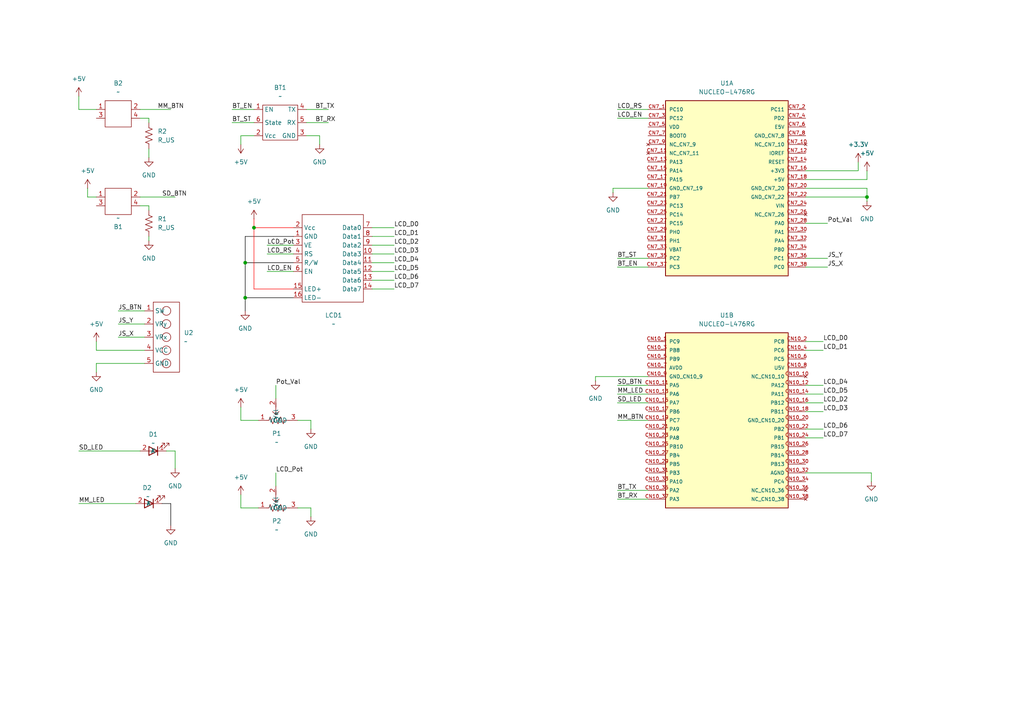
<source format=kicad_sch>
(kicad_sch (version 20250114) (generator "eeschema") (generator_version "9.0")
  (paper "A4")
  (lib_symbols
    (symbol "Device:R_US" (pin_numbers (hide yes)) (pin_names (offset 0))
      (property "Reference" "R" (at 2.54 0 90))
      (property "Value" "R_US" (at -2.54 0 90))
      (symbol "R_US_0_1"
        (polyline (pts (xy 0 2.286) (xy 0 2.54)))
        (polyline (pts (xy 0 2.286) (xy 1.016 1.905) (xy 0 1.524) (xy -1.016 1.143) (xy 0 0.762)))
        (polyline (pts (xy 0 0.762) (xy 1.016 0.381) (xy 0 0) (xy -1.016 -0.381) (xy 0 -0.762)))
        (polyline (pts (xy 0 -0.762) (xy 1.016 -1.143) (xy 0 -1.524) (xy -1.016 -1.905) (xy 0 -2.286)))
        (polyline (pts (xy 0 -2.286) (xy 0 -2.54)))
      )
      (symbol "R_US_1_1"
        (pin passive line (at 0 3.81 270) (length 1.27) (name "~") (number "1"))
        (pin passive line (at 0 -3.81 90) (length 1.27) (name "~") (number "2"))
      )
    )
    (symbol "New_Library:Button"
      (property "Reference" "B" (at 0 0 0))
      (symbol "Button_0_1"
        (rectangle (start -3.81 8.89) (end 3.81 1.27))
      )
      (symbol "Button_1_1"
        (pin bidirectional line (at -6.35 6.35 0) (length 2.54) (name "") (number "1"))
        (pin bidirectional line (at -6.35 3.81 0) (length 2.54) (name "") (number "3"))
        (pin bidirectional line (at 6.35 6.35 180) (length 2.54) (name "") (number "2"))
        (pin bidirectional line (at 6.35 3.81 180) (length 2.54) (name "") (number "4"))
      )
    )
    (symbol "New_Library:HC-05_BT"
      (property "Reference" "BT" (at 0 0 0))
      (symbol "HC-05_BT_0_1"
        (rectangle (start -5.08 11.43) (end 5.08 1.27))
      )
      (symbol "HC-05_BT_1_1"
        (pin input line (at -7.62 10.16 0) (length 2.54) (name "EN") (number "1"))
        (pin bidirectional line (at -7.62 6.35 0) (length 2.54) (name "State") (number "6"))
        (pin input line (at -7.62 2.54 0) (length 2.54) (name "Vcc") (number "2"))
        (pin input line (at 7.62 10.16 180) (length 2.54) (name "TX") (number "4"))
        (pin output line (at 7.62 6.35 180) (length 2.54) (name "RX") (number "5"))
        (pin input line (at 7.62 2.54 180) (length 2.54) (name "GND") (number "3"))
      )
    )
    (symbol "New_Library:Joystick_Header"
      (property "Reference" "U" (at 0 0 0))
      (symbol "Joystick_Header_0_1"
        (rectangle (start -3.81 22.86) (end 3.81 2.54))
        (circle (center 0 20.32) (radius 1.27))
        (circle (center 0 16.51) (radius 1.27))
        (circle (center 0 12.7) (radius 1.27))
        (circle (center 0 8.89) (radius 1.27))
        (circle (center 0 5.08) (radius 1.27))
      )
      (symbol "Joystick_Header_1_1"
        (pin output line (at -6.35 20.32 0) (length 2.54) (name "SW") (number "1"))
        (pin output line (at -6.35 16.51 0) (length 2.54) (name "VRy") (number "2"))
        (pin output line (at -6.35 12.7 0) (length 2.54) (name "VRx") (number "3"))
        (pin input line (at -6.35 8.89 0) (length 2.54) (name "VCC") (number "4"))
        (pin input line (at -6.35 5.08 0) (length 2.54) (name "GND") (number "5"))
      )
    )
    (symbol "New_Library:LCD"
      (property "Reference" "LCD" (at 0 0 0))
      (symbol "LCD_0_1"
        (rectangle (start 7.62 29.21) (end -10.16 3.81))
      )
      (symbol "LCD_1_1"
        (pin input line (at -12.7 25.4 0) (length 2.54) (name "Vcc") (number "2"))
        (pin input line (at -12.7 22.86 0) (length 2.54) (name "GND") (number "1"))
        (pin input line (at -12.7 20.32 0) (length 2.54) (name "VE") (number "3"))
        (pin input line (at -12.7 17.78 0) (length 2.54) (name "RS") (number "4"))
        (pin input line (at -12.7 15.24 0) (length 2.54) (name "R/W") (number "5"))
        (pin input line (at -12.7 12.7 0) (length 2.54) (name "EN") (number "6"))
        (pin input line (at -12.7 7.62 0) (length 2.54) (name "LED+") (number "15"))
        (pin input line (at -12.7 5.08 0) (length 2.54) (name "LED-") (number "16"))
        (pin input line (at 10.16 25.4 180) (length 2.54) (name "Data0") (number "7"))
        (pin input line (at 10.16 22.86 180) (length 2.54) (name "Data1") (number "8"))
        (pin input line (at 10.16 20.32 180) (length 2.54) (name "Data2") (number "9"))
        (pin input line (at 10.16 17.78 180) (length 2.54) (name "Data3") (number "10"))
        (pin input line (at 10.16 15.24 180) (length 2.54) (name "Data4") (number "11"))
        (pin input line (at 10.16 12.7 180) (length 2.54) (name "Data5") (number "12"))
        (pin input line (at 10.16 10.16 180) (length 2.54) (name "Data6") (number "13"))
        (pin input line (at 10.16 7.62 180) (length 2.54) (name "Data7") (number "14"))
      )
    )
    (symbol "New_Library:LED"
      (property "Reference" "D" (at 0 0 0))
      (symbol "LED_0_1"
        (polyline (pts (xy -3.048 1.778) (xy -4.572 0.254) (xy -3.81 0.254) (xy -4.572 0.254) (xy -4.572 1.016)))
        (polyline (pts (xy -1.778 1.778) (xy -3.302 0.254) (xy -2.54 0.254) (xy -3.302 0.254) (xy -3.302 1.016)))
        (polyline (pts (xy -1.27 2.54) (xy 1.27 2.54)))
        (polyline (pts (xy -1.27 1.27) (xy -1.27 3.81)) (stroke (width 0.254)))
        (polyline (pts (xy 1.27 1.27) (xy 1.27 3.81) (xy -1.27 2.54) (xy 1.27 1.27)) (stroke (width 0.254)))
      )
      (symbol "LED_1_1"
        (pin passive line (at -3.81 2.54 0) (length 2.54) (name "K") (number "1"))
        (pin passive line (at 3.81 2.54 180) (length 2.54) (name "A") (number "2"))
      )
    )
    (symbol "New_Library:NUCLEO-L476RG" (pin_names (offset 1.016))
      (property "Reference" "U" (at -17.78 26.162 0))
      (property "Value" "NUCLEO-L476RG" (at -17.78 -27.94 0))
      (symbol "NUCLEO-L476RG_1_0"
        (rectangle (start -17.78 -25.4) (end 17.78 25.4) (stroke (width 0.254)) (fill (type background)))
        (pin bidirectional line (at -22.86 22.86 0) (length 5.08) (name "PC10") (number "CN7_1"))
        (pin bidirectional line (at -22.86 20.32 0) (length 5.08) (name "PC12") (number "CN7_3"))
        (pin power_in line (at -22.86 17.78 0) (length 5.08) (name "VDD") (number "CN7_5"))
        (pin input line (at -22.86 15.24 0) (length 5.08) (name "BOOT0") (number "CN7_7"))
        (pin no_connect line (at -22.86 12.7 0) (length 5.08) (name "NC_CN7_9") (number "CN7_9"))
        (pin no_connect line (at -22.86 10.16 0) (length 5.08) (name "NC_CN7_11") (number "CN7_11"))
        (pin bidirectional line (at -22.86 7.62 0) (length 5.08) (name "PA13") (number "CN7_13"))
        (pin bidirectional line (at -22.86 5.08 0) (length 5.08) (name "PA14") (number "CN7_15"))
        (pin bidirectional line (at -22.86 2.54 0) (length 5.08) (name "PA15") (number "CN7_17"))
        (pin power_in line (at -22.86 0 0) (length 5.08) (name "GND_CN7_19") (number "CN7_19"))
        (pin bidirectional line (at -22.86 -2.54 0) (length 5.08) (name "PB7") (number "CN7_21"))
        (pin bidirectional line (at -22.86 -5.08 0) (length 5.08) (name "PC13") (number "CN7_23"))
        (pin bidirectional line (at -22.86 -7.62 0) (length 5.08) (name "PC14") (number "CN7_25"))
        (pin bidirectional line (at -22.86 -10.16 0) (length 5.08) (name "PC15") (number "CN7_27"))
        (pin bidirectional line (at -22.86 -12.7 0) (length 5.08) (name "PH0") (number "CN7_29"))
        (pin bidirectional line (at -22.86 -15.24 0) (length 5.08) (name "PH1") (number "CN7_31"))
        (pin power_in line (at -22.86 -17.78 0) (length 5.08) (name "VBAT") (number "CN7_33"))
        (pin bidirectional line (at -22.86 -20.32 0) (length 5.08) (name "PC2") (number "CN7_35"))
        (pin bidirectional line (at -22.86 -22.86 0) (length 5.08) (name "PC3") (number "CN7_37"))
        (pin bidirectional line (at 22.86 22.86 180) (length 5.08) (name "PC11") (number "CN7_2"))
        (pin bidirectional line (at 22.86 20.32 180) (length 5.08) (name "PD2") (number "CN7_4"))
        (pin power_in line (at 22.86 17.78 180) (length 5.08) (name "E5V") (number "CN7_6"))
        (pin power_in line (at 22.86 15.24 180) (length 5.08) (name "GND_CN7_8") (number "CN7_8"))
        (pin no_connect line (at 22.86 12.7 180) (length 5.08) (name "NC_CN7_10") (number "CN7_10"))
        (pin input line (at 22.86 10.16 180) (length 5.08) (name "IOREF") (number "CN7_12"))
        (pin input line (at 22.86 7.62 180) (length 5.08) (name "RESET") (number "CN7_14"))
        (pin power_in line (at 22.86 5.08 180) (length 5.08) (name "+3V3") (number "CN7_16"))
        (pin power_in line (at 22.86 2.54 180) (length 5.08) (name "+5V") (number "CN7_18"))
        (pin power_in line (at 22.86 0 180) (length 5.08) (name "GND_CN7_20") (number "CN7_20"))
        (pin power_in line (at 22.86 -2.54 180) (length 5.08) (name "GND_CN7_22") (number "CN7_22"))
        (pin power_in line (at 22.86 -5.08 180) (length 5.08) (name "VIN") (number "CN7_24"))
        (pin no_connect line (at 22.86 -7.62 180) (length 5.08) (name "NC_CN7_26") (number "CN7_26"))
        (pin bidirectional line (at 22.86 -10.16 180) (length 5.08) (name "PA0") (number "CN7_28"))
        (pin bidirectional line (at 22.86 -12.7 180) (length 5.08) (name "PA1") (number "CN7_30"))
        (pin bidirectional line (at 22.86 -15.24 180) (length 5.08) (name "PA4") (number "CN7_32"))
        (pin bidirectional line (at 22.86 -17.78 180) (length 5.08) (name "PB0") (number "CN7_34"))
        (pin bidirectional line (at 22.86 -20.32 180) (length 5.08) (name "PC1") (number "CN7_36"))
        (pin bidirectional line (at 22.86 -22.86 180) (length 5.08) (name "PC0") (number "CN7_38"))
      )
      (symbol "NUCLEO-L476RG_2_0"
        (rectangle (start -17.78 -25.4) (end 17.78 25.4) (stroke (width 0.254)) (fill (type background)))
        (pin bidirectional line (at -22.86 22.86 0) (length 5.08) (name "PC9") (number "CN10_1"))
        (pin bidirectional line (at -22.86 20.32 0) (length 5.08) (name "PB8") (number "CN10_3"))
        (pin bidirectional line (at -22.86 17.78 0) (length 5.08) (name "PB9") (number "CN10_5"))
        (pin power_in line (at -22.86 15.24 0) (length 5.08) (name "AVDD") (number "CN10_7"))
        (pin power_in line (at -22.86 12.7 0) (length 5.08) (name "GND_CN10_9") (number "CN10_9"))
        (pin bidirectional line (at -22.86 10.16 0) (length 5.08) (name "PA5") (number "CN10_11"))
        (pin bidirectional line (at -22.86 7.62 0) (length 5.08) (name "PA6") (number "CN10_13"))
        (pin bidirectional line (at -22.86 5.08 0) (length 5.08) (name "PA7") (number "CN10_15"))
        (pin bidirectional line (at -22.86 2.54 0) (length 5.08) (name "PB6") (number "CN10_17"))
        (pin bidirectional line (at -22.86 0 0) (length 5.08) (name "PC7") (number "CN10_19"))
        (pin bidirectional line (at -22.86 -2.54 0) (length 5.08) (name "PA9") (number "CN10_21"))
        (pin bidirectional line (at -22.86 -5.08 0) (length 5.08) (name "PA8") (number "CN10_23"))
        (pin bidirectional line (at -22.86 -7.62 0) (length 5.08) (name "PB10") (number "CN10_25"))
        (pin bidirectional line (at -22.86 -10.16 0) (length 5.08) (name "PB4") (number "CN10_27"))
        (pin bidirectional line (at -22.86 -12.7 0) (length 5.08) (name "PB5") (number "CN10_29"))
        (pin bidirectional line (at -22.86 -15.24 0) (length 5.08) (name "PB3") (number "CN10_31"))
        (pin bidirectional line (at -22.86 -17.78 0) (length 5.08) (name "PA10") (number "CN10_33"))
        (pin bidirectional line (at -22.86 -20.32 0) (length 5.08) (name "PA2") (number "CN10_35"))
        (pin bidirectional line (at -22.86 -22.86 0) (length 5.08) (name "PA3") (number "CN10_37"))
        (pin bidirectional line (at 22.86 22.86 180) (length 5.08) (name "PC8") (number "CN10_2"))
        (pin bidirectional line (at 22.86 20.32 180) (length 5.08) (name "PC6") (number "CN10_4"))
        (pin bidirectional line (at 22.86 17.78 180) (length 5.08) (name "PC5") (number "CN10_6"))
        (pin power_in line (at 22.86 15.24 180) (length 5.08) (name "U5V") (number "CN10_8"))
        (pin no_connect line (at 22.86 12.7 180) (length 5.08) (name "NC_CN10_10") (number "CN10_10"))
        (pin bidirectional line (at 22.86 10.16 180) (length 5.08) (name "PA12") (number "CN10_12"))
        (pin bidirectional line (at 22.86 7.62 180) (length 5.08) (name "PA11") (number "CN10_14"))
        (pin bidirectional line (at 22.86 5.08 180) (length 5.08) (name "PB12") (number "CN10_16"))
        (pin bidirectional line (at 22.86 2.54 180) (length 5.08) (name "PB11") (number "CN10_18"))
        (pin power_in line (at 22.86 0 180) (length 5.08) (name "GND_CN10_20") (number "CN10_20"))
        (pin bidirectional line (at 22.86 -2.54 180) (length 5.08) (name "PB2") (number "CN10_22"))
        (pin bidirectional line (at 22.86 -5.08 180) (length 5.08) (name "PB1") (number "CN10_24"))
        (pin bidirectional line (at 22.86 -7.62 180) (length 5.08) (name "PB15") (number "CN10_26"))
        (pin bidirectional line (at 22.86 -10.16 180) (length 5.08) (name "PB14") (number "CN10_28"))
        (pin bidirectional line (at 22.86 -12.7 180) (length 5.08) (name "PB13") (number "CN10_30"))
        (pin power_in line (at 22.86 -15.24 180) (length 5.08) (name "AGND") (number "CN10_32"))
        (pin bidirectional line (at 22.86 -17.78 180) (length 5.08) (name "PC4") (number "CN10_34"))
        (pin no_connect line (at 22.86 -20.32 180) (length 5.08) (name "NC_CN10_36") (number "CN10_36"))
        (pin no_connect line (at 22.86 -22.86 180) (length 5.08) (name "NC_CN10_38") (number "CN10_38"))
      )
    )
    (symbol "New_Library:Potentiometer"
      (property "Reference" "P" (at 0 0 0))
      (symbol "Potentiometer_0_1"
        (polyline (pts (xy -2.54 3.81) (xy -2.0347 3.8099)))
        (polyline (pts (xy -2.0388 3.8092) (xy -1.6578 4.8252) (xy -1.2768 3.8092) (xy -0.8958 2.7932) (xy -0.5148 3.8092)))
        (polyline (pts (xy -0.5148 3.8092) (xy -0.1338 4.8252) (xy 0.2472 3.8092) (xy 0.6282 2.7932) (xy 1.0092 3.8092)))
        (polyline (pts (xy -0.0139 5.4149) (xy -0.988 6.3694)))
        (polyline (pts (xy -0.0083 5.4233) (xy 0.9462 6.3974)))
        (polyline (pts (xy 0 8.876) (xy -0.0094 5.4173)))
        (polyline (pts (xy 1.0092 3.8092) (xy 1.3902 4.8252) (xy 1.7712 3.8092) (xy 2.1522 2.7932) (xy 2.5332 3.8092)))
        (polyline (pts (xy 3.81 3.81) (xy 2.54 3.81)))
      )
      (symbol "Potentiometer_1_1"
        (pin passive line (at -5.08 3.81 0) (length 2.54) (name "VCC") (number "1"))
        (pin output line (at 0 10.16 270) (length 2.54) (name "Val") (number "2"))
        (pin passive line (at 6.35 3.81 180) (length 2.54) (name "GND") (number "3"))
      )
    )
    (symbol "power:+3.3V" (power) (pin_numbers (hide yes)) (pin_names (offset 0) (hide yes))
      (property "Value" "+3.3V" (at 0 3.556 0))
      (symbol "+3.3V_0_1"
        (polyline (pts (xy -0.762 1.27) (xy 0 2.54)))
        (polyline (pts (xy 0 2.54) (xy 0.762 1.27)))
        (polyline (pts (xy 0 0) (xy 0 2.54)))
      )
      (symbol "+3.3V_1_1"
        (pin power_in line (at 0 0 90) (length 0) (name "~") (number "1"))
      )
    )
    (symbol "power:+5V" (power) (pin_numbers (hide yes)) (pin_names (offset 0) (hide yes))
      (property "Value" "+5V" (at 0 3.556 0))
      (symbol "+5V_0_1"
        (polyline (pts (xy -0.762 1.27) (xy 0 2.54)))
        (polyline (pts (xy 0 2.54) (xy 0.762 1.27)))
        (polyline (pts (xy 0 0) (xy 0 2.54)))
      )
      (symbol "+5V_1_1"
        (pin power_in line (at 0 0 90) (length 0) (name "~") (number "1"))
      )
    )
    (symbol "power:GND" (power) (pin_numbers (hide yes)) (pin_names (offset 0) (hide yes))
      (property "Value" "GND" (at 0 -3.81 0))
      (symbol "GND_0_1"
        (polyline (pts (xy 0 0) (xy 0 -1.27) (xy 1.27 -1.27) (xy 0 -2.54) (xy -1.27 -1.27) (xy 0 -1.27)))
      )
      (symbol "GND_1_1"
        (pin power_in line (at 0 0 270) (length 0) (name "~") (number "1"))
      )
    )
  )
  (junction (at 251.46 57.15))
  (junction (at 71.12 76.2))
  (junction (at 73.66 66.04))
  (junction (at 71.12 86.36))
  (wire (pts (xy 67.31 35.56) (xy 73.66 35.56)))
  (wire (pts (xy 233.68 57.15) (xy 251.46 57.15)))
  (wire (pts (xy 107.95 73.66) (xy 114.3 73.66)))
  (wire (pts (xy 80.01 140.97) (xy 80.01 137.16)))
  (wire (pts (xy 71.12 76.2) (xy 71.12 86.36)) (stroke (width 0) (color 0 0 0 1)))
  (wire (pts (xy 71.12 76.2) (xy 85.09 76.2)) (stroke (width 0) (color 0 0 0 1)))
  (wire (pts (xy 233.68 52.07) (xy 251.46 52.07)))
  (wire (pts (xy 233.68 111.76) (xy 238.76 111.76)))
  (wire (pts (xy 107.95 66.04) (xy 114.3 66.04)))
  (wire (pts (xy 40.64 57.15) (xy 50.8 57.15)))
  (wire (pts (xy 34.29 93.98) (xy 41.91 93.98)))
  (wire (pts (xy 179.07 34.29) (xy 187.96 34.29)))
  (wire (pts (xy 90.17 121.92) (xy 90.17 124.46)))
  (wire (pts (xy 179.07 31.75) (xy 187.96 31.75)))
  (wire (pts (xy 86.36 121.92) (xy 90.17 121.92)))
  (wire (pts (xy 179.07 142.24) (xy 187.96 142.24)))
  (wire (pts (xy 233.68 137.16) (xy 252.73 137.16)))
  (wire (pts (xy 179.07 77.47) (xy 187.96 77.47)))
  (wire (pts (xy 233.68 99.06) (xy 238.76 99.06)))
  (wire (pts (xy 80.01 115.57) (xy 80.01 111.76)))
  (wire (pts (xy 251.46 49.53) (xy 251.46 52.07)))
  (wire (pts (xy 233.68 77.47) (xy 240.03 77.47)))
  (wire (pts (xy 22.86 31.75) (xy 27.94 31.75)))
  (wire (pts (xy 107.95 71.12) (xy 114.3 71.12)))
  (wire (pts (xy 88.9 39.37) (xy 92.71 39.37)))
  (wire (pts (xy 71.12 86.36) (xy 85.09 86.36)) (stroke (width 0) (color 0 0 0 1)))
  (wire (pts (xy 73.66 66.04) (xy 73.66 83.82)) (stroke (width 0) (color 255 0 0 1)))
  (wire (pts (xy 71.12 86.36) (xy 71.12 90.17)) (stroke (width 0) (color 0 0 0 1)))
  (wire (pts (xy 86.36 147.32) (xy 90.17 147.32)))
  (wire (pts (xy 25.4 57.15) (xy 27.94 57.15)))
  (wire (pts (xy 172.72 109.22) (xy 172.72 110.49)))
  (wire (pts (xy 85.09 66.04) (xy 73.66 66.04)) (stroke (width 0) (color 255 0 0 1)))
  (wire (pts (xy 34.29 90.17) (xy 41.91 90.17)))
  (wire (pts (xy 233.68 74.93) (xy 240.03 74.93)))
  (wire (pts (xy 233.68 116.84) (xy 238.76 116.84)))
  (wire (pts (xy 233.68 127) (xy 238.76 127)))
  (wire (pts (xy 71.12 68.58) (xy 85.09 68.58)) (stroke (width 0) (color 0 0 0 1)))
  (wire (pts (xy 27.94 101.6) (xy 27.94 99.06)))
  (wire (pts (xy 90.17 147.32) (xy 90.17 149.86)))
  (wire (pts (xy 177.8 54.61) (xy 177.8 55.88)))
  (wire (pts (xy 46.99 146.05) (xy 49.53 146.05)) (stroke (width 0) (color 0 0 0 1)))
  (wire (pts (xy 179.07 114.3) (xy 187.96 114.3)))
  (wire (pts (xy 77.47 73.66) (xy 85.09 73.66)))
  (wire (pts (xy 187.96 109.22) (xy 172.72 109.22)))
  (wire (pts (xy 71.12 76.2) (xy 71.12 68.58)) (stroke (width 0) (color 0 0 0 1)))
  (wire (pts (xy 252.73 137.16) (xy 252.73 139.7)))
  (wire (pts (xy 179.07 144.78) (xy 187.96 144.78)))
  (wire (pts (xy 73.66 39.37) (xy 69.85 39.37)))
  (wire (pts (xy 233.68 64.77) (xy 240.03 64.77)))
  (wire (pts (xy 69.85 39.37) (xy 69.85 41.91)))
  (wire (pts (xy 233.68 101.6) (xy 238.76 101.6)))
  (wire (pts (xy 77.47 78.74) (xy 85.09 78.74)))
  (wire (pts (xy 43.18 59.69) (xy 43.18 60.96)))
  (wire (pts (xy 69.85 121.92) (xy 74.93 121.92)))
  (wire (pts (xy 107.95 78.74) (xy 114.3 78.74)))
  (wire (pts (xy 251.46 54.61) (xy 251.46 57.15)))
  (wire (pts (xy 22.86 130.81) (xy 40.64 130.81)))
  (wire (pts (xy 73.66 66.04) (xy 73.66 63.5)) (stroke (width 0) (color 255 0 0 1)))
  (wire (pts (xy 179.07 116.84) (xy 187.96 116.84)))
  (wire (pts (xy 233.68 114.3) (xy 238.76 114.3)))
  (wire (pts (xy 43.18 34.29) (xy 40.64 34.29)))
  (wire (pts (xy 41.91 105.41) (xy 27.94 105.41)))
  (wire (pts (xy 22.86 27.94) (xy 22.86 31.75)))
  (wire (pts (xy 77.47 71.12) (xy 85.09 71.12)))
  (wire (pts (xy 40.64 31.75) (xy 49.53 31.75)))
  (wire (pts (xy 233.68 54.61) (xy 251.46 54.61)))
  (wire (pts (xy 25.4 54.61) (xy 25.4 57.15)))
  (wire (pts (xy 41.91 101.6) (xy 27.94 101.6)))
  (wire (pts (xy 107.95 68.58) (xy 114.3 68.58)))
  (wire (pts (xy 48.26 130.81) (xy 50.8 130.81)))
  (wire (pts (xy 43.18 35.56) (xy 43.18 34.29)))
  (wire (pts (xy 251.46 57.15) (xy 251.46 58.42)))
  (wire (pts (xy 69.85 118.11) (xy 69.85 121.92)))
  (wire (pts (xy 69.85 143.51) (xy 69.85 147.32)))
  (wire (pts (xy 43.18 43.18) (xy 43.18 45.72)))
  (wire (pts (xy 49.53 146.05) (xy 49.53 152.4)) (stroke (width 0) (color 0 0 0 1)))
  (wire (pts (xy 43.18 68.58) (xy 43.18 69.85)))
  (wire (pts (xy 69.85 147.32) (xy 74.93 147.32)))
  (wire (pts (xy 50.8 130.81) (xy 50.8 135.89)))
  (wire (pts (xy 248.92 46.99) (xy 248.92 49.53)))
  (wire (pts (xy 27.94 105.41) (xy 27.94 107.95)))
  (wire (pts (xy 67.31 31.75) (xy 73.66 31.75)))
  (wire (pts (xy 107.95 76.2) (xy 114.3 76.2)))
  (wire (pts (xy 179.07 121.92) (xy 187.96 121.92)))
  (wire (pts (xy 88.9 35.56) (xy 95.25 35.56)))
  (wire (pts (xy 107.95 81.28) (xy 114.3 81.28)))
  (wire (pts (xy 107.95 83.82) (xy 114.3 83.82)))
  (wire (pts (xy 40.64 59.69) (xy 43.18 59.69)))
  (wire (pts (xy 179.07 111.76) (xy 187.96 111.76)))
  (wire (pts (xy 88.9 31.75) (xy 95.25 31.75)))
  (wire (pts (xy 34.29 97.79) (xy 41.91 97.79)))
  (wire (pts (xy 233.68 119.38) (xy 238.76 119.38)))
  (wire (pts (xy 85.09 83.82) (xy 73.66 83.82)) (stroke (width 0) (color 255 0 0 1)))
  (wire (pts (xy 233.68 49.53) (xy 248.92 49.53)))
  (wire (pts (xy 233.68 124.46) (xy 238.76 124.46)))
  (wire (pts (xy 22.86 146.05) (xy 39.37 146.05)))
  (wire (pts (xy 92.71 39.37) (xy 92.71 41.91)))
  (wire (pts (xy 187.96 54.61) (xy 177.8 54.61)))
  (wire (pts (xy 179.07 74.93) (xy 187.96 74.93)))
  (label "MM_LED" (at 22.86 146.05 0))
  (label "LCD_D2" (at 238.76 116.84 0))
  (label "LCD_D0" (at 238.76 99.06 0))
  (label "MM_BTN" (at 179.07 121.92 0))
  (label "BT_EN" (at 67.31 31.75 0))
  (label "SD_BTN" (at 46.99 57.15 0))
  (label "LCD_D5" (at 238.76 114.3 0))
  (label "LCD_D7" (at 114.3 83.82 0))
  (label "BT_EN" (at 179.07 77.47 0))
  (label "LCD_D2" (at 114.3 71.12 0))
  (label "BT_TX" (at 179.07 142.24 0))
  (label "Pot_Val" (at 240.03 64.77 0))
  (label "Pot_Val" (at 80.01 111.76 0))
  (label "SD_BTN" (at 179.07 111.76 0))
  (label "JS_X" (at 34.29 97.79 0))
  (label "SD_LED" (at 179.07 116.84 0))
  (label "LCD_RS" (at 77.47 73.66 0))
  (label "BT_ST" (at 179.07 74.93 0))
  (label "LCD_D4" (at 114.3 76.2 0))
  (label "SD_LED" (at 22.86 130.81 0))
  (label "LCD_D7" (at 238.76 127 0))
  (label "LCD_D1" (at 238.76 101.6 0))
  (label "BT_TX" (at 91.44 31.75 0))
  (label "LCD_RS" (at 179.07 31.75 0))
  (label "MM_BTN" (at 45.72 31.75 0))
  (label "LCD_D6" (at 114.3 81.28 0))
  (label "LCD_Pot" (at 80.01 137.16 0))
  (label "LCD_EN" (at 179.07 34.29 0))
  (label "BT_ST" (at 67.31 35.56 0))
  (label "LCD_Pot" (at 77.47 71.12 0))
  (label "LCD_D3" (at 238.76 119.38 0))
  (label "JS_BTN" (at 34.29 90.17 0))
  (label "JS_X" (at 240.03 77.47 0))
  (label "LCD_EN" (at 77.47 78.74 0))
  (label "JS_Y" (at 240.03 74.93 0))
  (label "LCD_D3" (at 114.3 73.66 0))
  (label "LCD_D5" (at 114.3 78.74 0))
  (label "BT_RX" (at 91.44 35.56 0))
  (label "LCD_D1" (at 114.3 68.58 0))
  (label "LCD_D4" (at 238.76 111.76 0))
  (label "MM_LED" (at 179.07 114.3 0))
  (label "JS_Y" (at 34.29 93.98 0))
  (label "LCD_D0" (at 114.3 66.04 0))
  (label "LCD_D6" (at 238.76 124.46 0))
  (label "BT_RX" (at 179.07 144.78 0))
  (symbol (lib_id "power:+5V") (at 27.94 99.06 0) (unit 1)
    (property "Reference" "#PWR04" (effects (hide yes)))
    (property "Value" "+5V" (at 27.94 93.98 0))
    (property "Description" "Power symbol creates a global label with name \"+5V\"" (effects (hide yes)))
  )
  (symbol (lib_id "power:GND") (at 90.17 149.86 0) (unit 1)
    (property "Reference" "#PWR022" (effects (hide yes)))
    (property "Value" "GND" (at 90.17 154.94 0))
    (property "Description" "Power symbol creates a global label with name \"GND\" , ground" (effects (hide yes)))
  )
  (symbol (lib_id "New_Library:HC-05_BT") (at 81.28 41.91 0) (unit 1)
    (property "Reference" "BT1" (at 81.28 25.4 0))
    (property "Value" "~" (at 81.28 27.94 0))
    (property "Footprint" "Embedded_Footprints:HC-05" (effects (hide yes)))
  )
  (symbol (lib_id "power:GND") (at 251.46 58.42 0) (unit 1)
    (property "Reference" "#PWR018" (effects (hide yes)))
    (property "Value" "GND" (at 251.46 63.5 0))
    (property "Description" "Power symbol creates a global label with name \"GND\" , ground" (effects (hide yes)))
  )
  (symbol (lib_id "New_Library:Button") (at 34.29 63.5 0) (unit 1)
    (property "Reference" "B1" (at 34.29 65.786 0))
    (property "Value" "~" (at 34.29 63.246 0))
    (property "Footprint" "Embedded_Footprints:Button" (effects (hide yes)))
  )
  (symbol (lib_id "New_Library:NUCLEO-L476RG") (at 210.82 54.61 0) (unit 1)
    (property "Reference" "U1" (at 210.82 24.13 0))
    (property "Value" "NUCLEO-L476RG" (at 210.82 26.67 0))
    (property "Footprint" "Embedded_Footprints:MODULE_NUCLEO-L476RG" (effects (hide yes)))
    (property "MF" "STMicroelectronics" (effects (hide yes)))
    (property "Description_1" "STM32L476RG, mbed-Enabled Development Nucleo-64 STM32L4 ARM® Cortex®-M4 MCU 32-Bit Embedded Evaluation Board" (effects (hide yes)))
    (property "Package" "None" (effects (hide yes)))
    (property "Price" "None" (effects (hide yes)))
    (property "Check_prices" "https://www.snapeda.com/parts/NUCLEO-L476RG/STMicroelectronics/view-part/?ref=eda" (effects (hide yes)))
    (property "STANDARD" "Manufacturer Recommendations" (effects (hide yes)))
    (property "PARTREV" "15" (effects (hide yes)))
    (property "SnapEDA_Link" "https://www.snapeda.com/parts/NUCLEO-L476RG/STMicroelectronics/view-part/?ref=snap" (effects (hide yes)))
    (property "MP" "NUCLEO-L476RG" (effects (hide yes)))
    (property "Availability" "In Stock" (effects (hide yes)))
    (property "MANUFACTURER" "STmicroelectronics" (effects (hide yes)))
  )
  (symbol (lib_id "Device:R_US") (at 43.18 39.37 0) (unit 1)
    (property "Reference" "R2" (at 45.72 38.0999 0) (effects (justify left)))
    (property "Value" "R_US" (at 45.72 40.6399 0) (effects (justify left)))
    (property "Description" "Resistor, US symbol" (effects (hide yes)))
  )
  (symbol (lib_id "power:GND") (at 43.18 45.72 0) (unit 1)
    (property "Reference" "#PWR010" (effects (hide yes)))
    (property "Value" "GND" (at 43.18 50.8 0))
    (property "Description" "Power symbol creates a global label with name \"GND\" , ground" (effects (hide yes)))
  )
  (symbol (lib_id "power:GND") (at 92.71 41.91 0) (unit 1)
    (property "Reference" "#PWR06" (effects (hide yes)))
    (property "Value" "GND" (at 92.71 46.99 0))
    (property "Description" "Power symbol creates a global label with name \"GND\" , ground" (effects (hide yes)))
  )
  (symbol (lib_id "power:GND") (at 27.94 107.95 0) (unit 1)
    (property "Reference" "#PWR03" (effects (hide yes)))
    (property "Value" "GND" (at 27.94 113.03 0))
    (property "Description" "Power symbol creates a global label with name \"GND\" , ground" (effects (hide yes)))
  )
  (symbol (lib_id "power:+5V") (at 69.85 41.91 180) (unit 1)
    (property "Reference" "#PWR05" (effects (hide yes)))
    (property "Value" "+5V" (at 69.85 46.99 0))
    (property "Description" "Power symbol creates a global label with name \"+5V\"" (effects (hide yes)))
  )
  (symbol (lib_id "power:+5V") (at 73.66 63.5 0) (unit 1)
    (property "Reference" "#PWR011" (effects (hide yes)))
    (property "Value" "+5V" (at 73.66 58.42 0))
    (property "Description" "Power symbol creates a global label with name \"+5V\"" (effects (hide yes)))
  )
  (symbol (lib_id "power:GND") (at 50.8 135.89 0) (unit 1)
    (property "Reference" "#PWR02" (effects (hide yes)))
    (property "Value" "GND" (at 50.8 140.97 0))
    (property "Description" "Power symbol creates a global label with name \"GND\" , ground" (effects (hide yes)))
  )
  (symbol (lib_id "New_Library:Potentiometer") (at 80.01 125.73 0) (unit 1)
    (property "Reference" "P1" (at 80.2584 125.73 0))
    (property "Value" "~" (at 80.2584 128.27 0))
    (property "Footprint" "Embedded_Footprints:Potentiometer" (effects (hide yes)))
  )
  (symbol (lib_id "New_Library:LED") (at 43.18 143.51 180) (unit 1)
    (property "Reference" "D2" (at 42.672 141.478 0))
    (property "Value" "~" (at 42.926 144.018 0))
    (property "Footprint" "Embedded_Footprints:LED_THRU" (effects (hide yes)))
  )
  (symbol (lib_id "power:GND") (at 90.17 124.46 0) (unit 1)
    (property "Reference" "#PWR019" (effects (hide yes)))
    (property "Value" "GND" (at 90.17 129.54 0))
    (property "Description" "Power symbol creates a global label with name \"GND\" , ground" (effects (hide yes)))
  )
  (symbol (lib_id "New_Library:Button") (at 34.29 38.1 0) (unit 1)
    (property "Reference" "B2" (at 34.29 24.13 0))
    (property "Value" "~" (at 34.29 26.67 0))
    (property "Footprint" "Embedded_Footprints:Button" (effects (hide yes)))
  )
  (symbol (lib_id "power:+5V") (at 69.85 143.51 0) (unit 1)
    (property "Reference" "#PWR021" (effects (hide yes)))
    (property "Value" "+5V" (at 69.85 138.43 0))
    (property "Description" "Power symbol creates a global label with name \"+5V\"" (effects (hide yes)))
  )
  (symbol (lib_id "power:+5V") (at 25.4 54.61 0) (unit 1)
    (property "Reference" "#PWR07" (effects (hide yes)))
    (property "Value" "+5V" (at 25.4 49.53 0))
    (property "Description" "Power symbol creates a global label with name \"+5V\"" (effects (hide yes)))
  )
  (symbol (lib_id "New_Library:LED") (at 44.45 128.27 180) (unit 1)
    (property "Reference" "D1" (at 44.45 125.984 0))
    (property "Value" "~" (at 44.45 128.524 0))
    (property "Footprint" "Embedded_Footprints:LED_THRU" (effects (hide yes)))
  )
  (symbol (lib_id "power:GND") (at 49.53 152.4 0) (unit 1)
    (property "Reference" "#PWR01" (effects (hide yes)))
    (property "Value" "GND" (at 49.53 157.48 0))
    (property "Description" "Power symbol creates a global label with name \"GND\" , ground" (effects (hide yes)))
  )
  (symbol (lib_id "power:GND") (at 252.73 139.7 0) (unit 1)
    (property "Reference" "#PWR016" (effects (hide yes)))
    (property "Value" "GND" (at 252.73 144.78 0))
    (property "Description" "Power symbol creates a global label with name \"GND\" , ground" (effects (hide yes)))
  )
  (symbol (lib_id "power:+3.3V") (at 248.92 46.99 0) (unit 1)
    (property "Reference" "#PWR013" (effects (hide yes)))
    (property "Value" "+3.3V" (at 248.92 41.91 0))
    (property "Description" "Power symbol creates a global label with name \"+3.3V\"" (effects (hide yes)))
  )
  (symbol (lib_id "power:GND") (at 43.18 69.85 0) (unit 1)
    (property "Reference" "#PWR08" (effects (hide yes)))
    (property "Value" "GND" (at 43.18 74.93 0))
    (property "Description" "Power symbol creates a global label with name \"GND\" , ground" (effects (hide yes)))
  )
  (symbol (lib_id "power:+5V") (at 69.85 118.11 0) (unit 1)
    (property "Reference" "#PWR020" (effects (hide yes)))
    (property "Value" "+5V" (at 69.85 113.03 0))
    (property "Description" "Power symbol creates a global label with name \"+5V\"" (effects (hide yes)))
  )
  (symbol (lib_id "New_Library:Potentiometer") (at 80.01 151.13 0) (unit 1)
    (property "Reference" "P2" (at 80.2584 151.13 0))
    (property "Value" "~" (at 80.2584 153.67 0))
    (property "Footprint" "Embedded_Footprints:Potentiometer" (effects (hide yes)))
  )
  (symbol (lib_id "New_Library:Joystick_Header") (at 48.26 110.49 0) (unit 1)
    (property "Reference" "U2" (at 53.34 96.5199 0) (effects (justify left)))
    (property "Value" "~" (at 53.34 99.0599 0) (effects (justify left)))
    (property "Footprint" "Embedded_Footprints:Joystick_Pins" (effects (hide yes)))
  )
  (symbol (lib_id "power:GND") (at 177.8 55.88 0) (unit 1)
    (property "Reference" "#PWR015" (effects (hide yes)))
    (property "Value" "GND" (at 177.8 60.96 0))
    (property "Description" "Power symbol creates a global label with name \"GND\" , ground" (effects (hide yes)))
  )
  (symbol (lib_id "Device:R_US") (at 43.18 64.77 0) (unit 1)
    (property "Reference" "R1" (at 45.72 63.4999 0) (effects (justify left)))
    (property "Value" "R_US" (at 45.72 66.0399 0) (effects (justify left)))
    (property "Description" "Resistor, US symbol" (effects (hide yes)))
  )
  (symbol (lib_id "power:GND") (at 71.12 90.17 0) (unit 1)
    (property "Reference" "#PWR012" (effects (hide yes)))
    (property "Value" "GND" (at 71.12 95.25 0))
    (property "Description" "Power symbol creates a global label with name \"GND\" , ground" (effects (hide yes)))
  )
  (symbol (lib_id "power:+5V") (at 251.46 49.53 0) (unit 1)
    (property "Reference" "#PWR014" (effects (hide yes)))
    (property "Value" "+5V" (at 251.46 44.45 0))
    (property "Description" "Power symbol creates a global label with name \"+5V\"" (effects (hide yes)))
  )
  (symbol (lib_id "New_Library:NUCLEO-L476RG") (at 210.82 121.92 0) (unit 2)
    (property "Reference" "U1" (at 210.82 91.44 0))
    (property "Value" "NUCLEO-L476RG" (at 210.82 93.98 0))
    (property "Footprint" "Embedded_Footprints:MODULE_NUCLEO-L476RG" (effects (hide yes)))
    (property "MF" "STMicroelectronics" (effects (hide yes)))
    (property "Description_1" "STM32L476RG, mbed-Enabled Development Nucleo-64 STM32L4 ARM® Cortex®-M4 MCU 32-Bit Embedded Evaluation Board" (effects (hide yes)))
    (property "Package" "None" (effects (hide yes)))
    (property "Price" "None" (effects (hide yes)))
    (property "Check_prices" "https://www.snapeda.com/parts/NUCLEO-L476RG/STMicroelectronics/view-part/?ref=eda" (effects (hide yes)))
    (property "STANDARD" "Manufacturer Recommendations" (effects (hide yes)))
    (property "PARTREV" "15" (effects (hide yes)))
    (property "SnapEDA_Link" "https://www.snapeda.com/parts/NUCLEO-L476RG/STMicroelectronics/view-part/?ref=snap" (effects (hide yes)))
    (property "MP" "NUCLEO-L476RG" (effects (hide yes)))
    (property "Availability" "In Stock" (effects (hide yes)))
    (property "MANUFACTURER" "STmicroelectronics" (effects (hide yes)))
  )
  (symbol (lib_id "New_Library:LCD") (at 97.79 91.44 0) (unit 1)
    (property "Reference" "LCD1" (at 96.774 91.44 0))
    (property "Value" "~" (at 96.774 93.98 0))
    (property "Footprint" "Embedded_Footprints:LCD_Display" (effects (hide yes)))
  )
  (symbol (lib_id "power:+5V") (at 22.86 27.94 0) (unit 1)
    (property "Reference" "#PWR09" (effects (hide yes)))
    (property "Value" "+5V" (at 22.86 22.86 0))
    (property "Description" "Power symbol creates a global label with name \"+5V\"" (effects (hide yes)))
  )
  (symbol (lib_id "power:GND") (at 172.72 110.49 0) (unit 1)
    (property "Reference" "#PWR017" (effects (hide yes)))
    (property "Value" "GND" (at 172.72 115.57 0))
    (property "Description" "Power symbol creates a global label with name \"GND\" , ground" (effects (hide yes)))
  )
)
</source>
